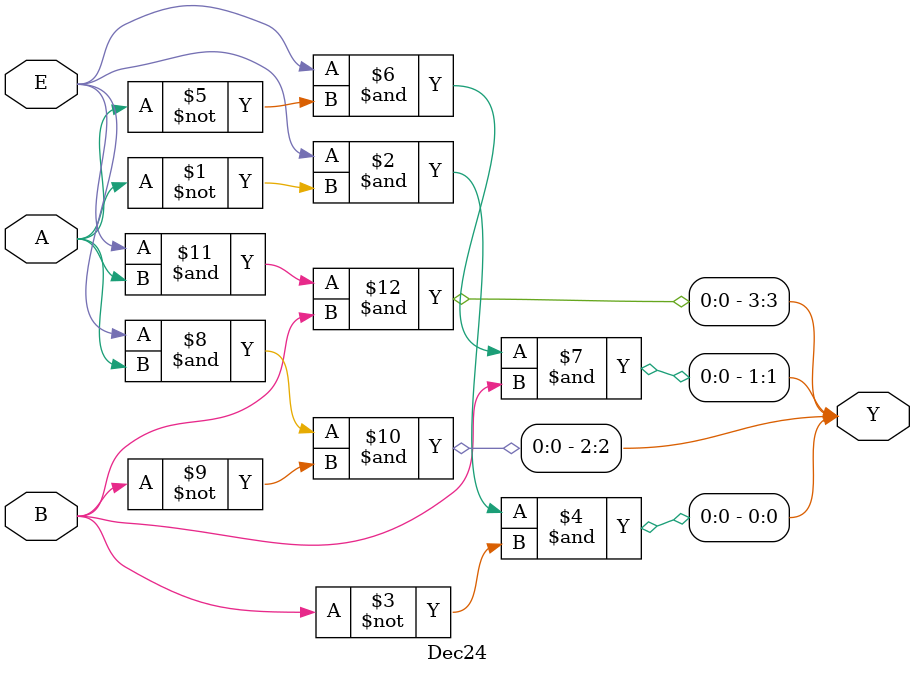
<source format=v>
`timescale 1ns / 1ps

module Dec24(A, B, E, Y);
input A, B, E;
output [3:0]Y;

and A0(Y[0], E, ~A, ~B); 
and A1(Y[1], E, ~A, B); 
and A2(Y[2], E, A, ~B); 
and A3(Y[3], E, A, B); 

endmodule

</source>
